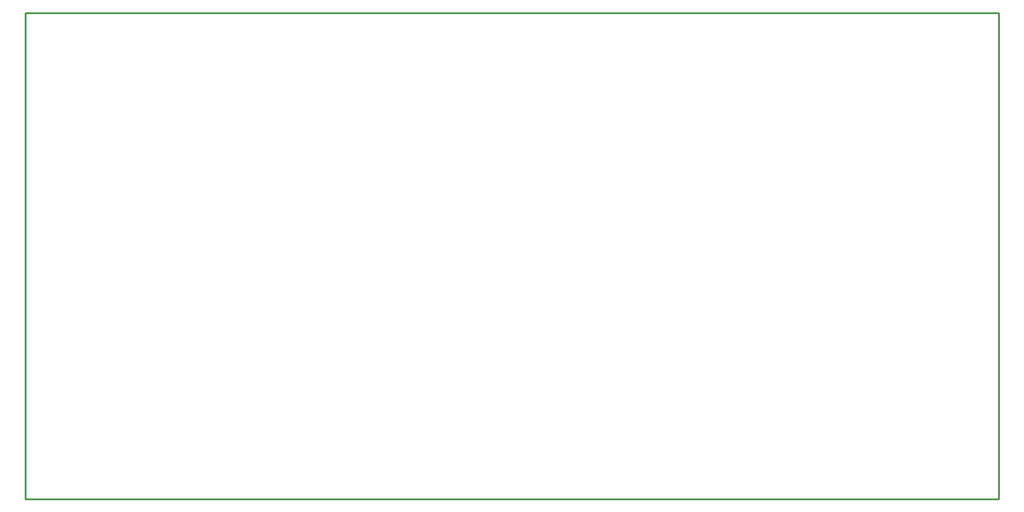
<source format=gko>
G04 Layer: BoardOutlineLayer*
G04 EasyEDA v6.5.47, 2025-01-04 10:19:41*
G04 86b62169e94744f6ada2980840dbd0f2,9c8959dc7a574dada6669a69c5c32939,10*
G04 Gerber Generator version 0.2*
G04 Scale: 100 percent, Rotated: No, Reflected: No *
G04 Dimensions in millimeters *
G04 leading zeros omitted , absolute positions ,4 integer and 5 decimal *
%FSLAX45Y45*%
%MOMM*%

%ADD10C,0.2540*%
D10*
X0Y6999988D02*
G01*
X0Y6999988D01*
X13999977Y6999988D01*
X13999972Y0D01*
X0Y0D01*
X0Y6999988D01*

%LPD*%
M02*

</source>
